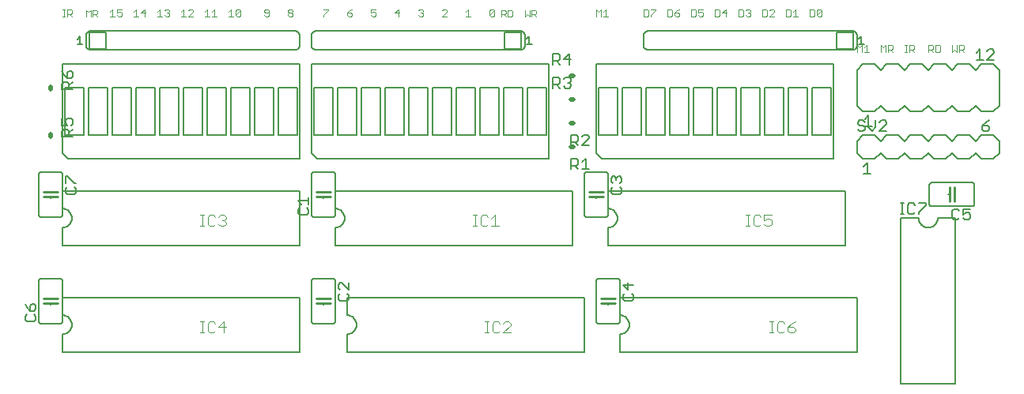
<source format=gto>
G75*
%MOIN*%
%OFA0B0*%
%FSLAX24Y24*%
%IPPOS*%
%LPD*%
%AMOC8*
5,1,8,0,0,1.08239X$1,22.5*
%
%ADD10C,0.0020*%
%ADD11C,0.0030*%
%ADD12C,0.0060*%
%ADD13C,0.0040*%
%ADD14C,0.0050*%
%ADD15C,0.0200*%
%ADD16C,0.0100*%
D10*
X002877Y018110D02*
X002877Y018390D01*
X002970Y018297D01*
X003063Y018390D01*
X003063Y018110D01*
X003153Y018110D02*
X003153Y018390D01*
X003293Y018390D01*
X003340Y018344D01*
X003340Y018250D01*
X003293Y018203D01*
X003153Y018203D01*
X003246Y018203D02*
X003340Y018110D01*
X020377Y018110D02*
X020377Y018390D01*
X020517Y018390D01*
X020563Y018344D01*
X020563Y018250D01*
X020517Y018203D01*
X020377Y018203D01*
X020470Y018203D02*
X020563Y018110D01*
X020653Y018110D02*
X020793Y018110D01*
X020840Y018157D01*
X020840Y018344D01*
X020793Y018390D01*
X020653Y018390D01*
X020653Y018110D01*
X021377Y018110D02*
X021377Y018390D01*
X021563Y018390D02*
X021563Y018110D01*
X021470Y018203D01*
X021377Y018110D01*
X021653Y018110D02*
X021653Y018390D01*
X021793Y018390D01*
X021840Y018344D01*
X021840Y018250D01*
X021793Y018203D01*
X021653Y018203D01*
X021746Y018203D02*
X021840Y018110D01*
D11*
X020075Y018163D02*
X020027Y018115D01*
X019930Y018115D01*
X019882Y018163D01*
X020075Y018357D01*
X020075Y018163D01*
X019882Y018163D02*
X019882Y018357D01*
X019930Y018405D01*
X020027Y018405D01*
X020075Y018357D01*
X019075Y018115D02*
X018882Y018115D01*
X018978Y018115D02*
X018978Y018405D01*
X018882Y018308D01*
X018075Y018308D02*
X017882Y018115D01*
X018075Y018115D01*
X018075Y018308D02*
X018075Y018357D01*
X018027Y018405D01*
X017930Y018405D01*
X017882Y018357D01*
X017075Y018357D02*
X017075Y018308D01*
X017027Y018260D01*
X017075Y018212D01*
X017075Y018163D01*
X017027Y018115D01*
X016930Y018115D01*
X016882Y018163D01*
X016978Y018260D02*
X017027Y018260D01*
X017075Y018357D02*
X017027Y018405D01*
X016930Y018405D01*
X016882Y018357D01*
X016075Y018260D02*
X015882Y018260D01*
X016027Y018405D01*
X016027Y018115D01*
X015075Y018163D02*
X015027Y018115D01*
X014930Y018115D01*
X014882Y018163D01*
X014882Y018260D02*
X014978Y018308D01*
X015027Y018308D01*
X015075Y018260D01*
X015075Y018163D01*
X014882Y018260D02*
X014882Y018405D01*
X015075Y018405D01*
X014075Y018405D02*
X013978Y018357D01*
X013882Y018260D01*
X014027Y018260D01*
X014075Y018212D01*
X014075Y018163D01*
X014027Y018115D01*
X013930Y018115D01*
X013882Y018163D01*
X013882Y018260D01*
X013075Y018357D02*
X012882Y018163D01*
X012882Y018115D01*
X012882Y018405D02*
X013075Y018405D01*
X013075Y018357D01*
X011575Y018357D02*
X011575Y018308D01*
X011527Y018260D01*
X011430Y018260D01*
X011382Y018308D01*
X011382Y018357D01*
X011430Y018405D01*
X011527Y018405D01*
X011575Y018357D01*
X011527Y018260D02*
X011575Y018212D01*
X011575Y018163D01*
X011527Y018115D01*
X011430Y018115D01*
X011382Y018163D01*
X011382Y018212D01*
X011430Y018260D01*
X010575Y018260D02*
X010430Y018260D01*
X010382Y018308D01*
X010382Y018357D01*
X010430Y018405D01*
X010527Y018405D01*
X010575Y018357D01*
X010575Y018163D01*
X010527Y018115D01*
X010430Y018115D01*
X010382Y018163D01*
X009370Y018163D02*
X009321Y018115D01*
X009225Y018115D01*
X009176Y018163D01*
X009370Y018357D01*
X009370Y018163D01*
X009176Y018163D02*
X009176Y018357D01*
X009225Y018405D01*
X009321Y018405D01*
X009370Y018357D01*
X008978Y018405D02*
X008882Y018308D01*
X008978Y018405D02*
X008978Y018115D01*
X008882Y018115D02*
X009075Y018115D01*
X008370Y018115D02*
X008176Y018115D01*
X008273Y018115D02*
X008273Y018405D01*
X008176Y018308D01*
X008075Y018115D02*
X007882Y018115D01*
X007978Y018115D02*
X007978Y018405D01*
X007882Y018308D01*
X007370Y018308D02*
X007176Y018115D01*
X007370Y018115D01*
X007370Y018308D02*
X007370Y018357D01*
X007321Y018405D01*
X007225Y018405D01*
X007176Y018357D01*
X006978Y018405D02*
X006882Y018308D01*
X006978Y018405D02*
X006978Y018115D01*
X006882Y018115D02*
X007075Y018115D01*
X006370Y018163D02*
X006321Y018115D01*
X006225Y018115D01*
X006176Y018163D01*
X006075Y018115D02*
X005882Y018115D01*
X005978Y018115D02*
X005978Y018405D01*
X005882Y018308D01*
X006176Y018357D02*
X006225Y018405D01*
X006321Y018405D01*
X006370Y018357D01*
X006370Y018308D01*
X006321Y018260D01*
X006370Y018212D01*
X006370Y018163D01*
X006321Y018260D02*
X006273Y018260D01*
X005370Y018260D02*
X005176Y018260D01*
X005321Y018405D01*
X005321Y018115D01*
X005075Y018115D02*
X004882Y018115D01*
X004978Y018115D02*
X004978Y018405D01*
X004882Y018308D01*
X004370Y018260D02*
X004370Y018163D01*
X004321Y018115D01*
X004225Y018115D01*
X004176Y018163D01*
X004176Y018260D02*
X004273Y018308D01*
X004321Y018308D01*
X004370Y018260D01*
X004370Y018405D02*
X004176Y018405D01*
X004176Y018260D01*
X004075Y018115D02*
X003882Y018115D01*
X003978Y018115D02*
X003978Y018405D01*
X003882Y018308D01*
X002272Y018260D02*
X002223Y018212D01*
X002078Y018212D01*
X002175Y018212D02*
X002272Y018115D01*
X002272Y018260D02*
X002272Y018357D01*
X002223Y018405D01*
X002078Y018405D01*
X002078Y018115D01*
X001978Y018115D02*
X001882Y018115D01*
X001930Y018115D02*
X001930Y018405D01*
X001882Y018405D02*
X001978Y018405D01*
X024382Y018405D02*
X024382Y018115D01*
X024575Y018115D02*
X024575Y018405D01*
X024478Y018308D01*
X024382Y018405D01*
X024676Y018308D02*
X024773Y018405D01*
X024773Y018115D01*
X024676Y018115D02*
X024870Y018115D01*
X026382Y018115D02*
X026527Y018115D01*
X026575Y018163D01*
X026575Y018357D01*
X026527Y018405D01*
X026382Y018405D01*
X026382Y018115D01*
X026676Y018115D02*
X026676Y018163D01*
X026870Y018357D01*
X026870Y018405D01*
X026676Y018405D01*
X027382Y018405D02*
X027527Y018405D01*
X027575Y018357D01*
X027575Y018163D01*
X027527Y018115D01*
X027382Y018115D01*
X027382Y018405D01*
X027676Y018260D02*
X027821Y018260D01*
X027870Y018212D01*
X027870Y018163D01*
X027821Y018115D01*
X027725Y018115D01*
X027676Y018163D01*
X027676Y018260D01*
X027773Y018357D01*
X027870Y018405D01*
X028382Y018405D02*
X028527Y018405D01*
X028575Y018357D01*
X028575Y018163D01*
X028527Y018115D01*
X028382Y018115D01*
X028382Y018405D01*
X028676Y018405D02*
X028676Y018260D01*
X028773Y018308D01*
X028821Y018308D01*
X028870Y018260D01*
X028870Y018163D01*
X028821Y018115D01*
X028725Y018115D01*
X028676Y018163D01*
X028676Y018405D02*
X028870Y018405D01*
X029382Y018405D02*
X029527Y018405D01*
X029575Y018357D01*
X029575Y018163D01*
X029527Y018115D01*
X029382Y018115D01*
X029382Y018405D01*
X029676Y018260D02*
X029870Y018260D01*
X029821Y018115D02*
X029821Y018405D01*
X029676Y018260D01*
X030382Y018115D02*
X030527Y018115D01*
X030575Y018163D01*
X030575Y018357D01*
X030527Y018405D01*
X030382Y018405D01*
X030382Y018115D01*
X030676Y018163D02*
X030725Y018115D01*
X030821Y018115D01*
X030870Y018163D01*
X030870Y018212D01*
X030821Y018260D01*
X030773Y018260D01*
X030821Y018260D02*
X030870Y018308D01*
X030870Y018357D01*
X030821Y018405D01*
X030725Y018405D01*
X030676Y018357D01*
X031382Y018405D02*
X031382Y018115D01*
X031527Y018115D01*
X031575Y018163D01*
X031575Y018357D01*
X031527Y018405D01*
X031382Y018405D01*
X031676Y018357D02*
X031725Y018405D01*
X031821Y018405D01*
X031870Y018357D01*
X031870Y018308D01*
X031676Y018115D01*
X031870Y018115D01*
X032382Y018115D02*
X032382Y018405D01*
X032527Y018405D01*
X032575Y018357D01*
X032575Y018163D01*
X032527Y018115D01*
X032382Y018115D01*
X032676Y018115D02*
X032870Y018115D01*
X032773Y018115D02*
X032773Y018405D01*
X032676Y018308D01*
X033382Y018405D02*
X033382Y018115D01*
X033527Y018115D01*
X033575Y018163D01*
X033575Y018357D01*
X033527Y018405D01*
X033382Y018405D01*
X033676Y018357D02*
X033676Y018163D01*
X033870Y018357D01*
X033870Y018163D01*
X033821Y018115D01*
X033725Y018115D01*
X033676Y018163D01*
X033676Y018357D02*
X033725Y018405D01*
X033821Y018405D01*
X033870Y018357D01*
X035382Y016905D02*
X035478Y016808D01*
X035575Y016905D01*
X035575Y016615D01*
X035676Y016615D02*
X035870Y016615D01*
X035773Y016615D02*
X035773Y016905D01*
X035676Y016808D01*
X035382Y016905D02*
X035382Y016615D01*
X036382Y016615D02*
X036382Y016905D01*
X036478Y016808D01*
X036575Y016905D01*
X036575Y016615D01*
X036676Y016615D02*
X036676Y016905D01*
X036821Y016905D01*
X036870Y016857D01*
X036870Y016760D01*
X036821Y016712D01*
X036676Y016712D01*
X036773Y016712D02*
X036870Y016615D01*
X037382Y016615D02*
X037478Y016615D01*
X037430Y016615D02*
X037430Y016905D01*
X037382Y016905D02*
X037478Y016905D01*
X037578Y016905D02*
X037723Y016905D01*
X037772Y016857D01*
X037772Y016760D01*
X037723Y016712D01*
X037578Y016712D01*
X037675Y016712D02*
X037772Y016615D01*
X037578Y016615D02*
X037578Y016905D01*
X038382Y016905D02*
X038382Y016615D01*
X038382Y016712D02*
X038527Y016712D01*
X038575Y016760D01*
X038575Y016857D01*
X038527Y016905D01*
X038382Y016905D01*
X038478Y016712D02*
X038575Y016615D01*
X038676Y016615D02*
X038821Y016615D01*
X038870Y016663D01*
X038870Y016857D01*
X038821Y016905D01*
X038676Y016905D01*
X038676Y016615D01*
X039382Y016615D02*
X039478Y016712D01*
X039575Y016615D01*
X039575Y016905D01*
X039676Y016905D02*
X039821Y016905D01*
X039870Y016857D01*
X039870Y016760D01*
X039821Y016712D01*
X039676Y016712D01*
X039676Y016615D02*
X039676Y016905D01*
X039773Y016712D02*
X039870Y016615D01*
X039382Y016615D02*
X039382Y016905D01*
D12*
X001867Y004700D02*
X001867Y003950D01*
X011867Y003950D01*
X011867Y006250D01*
X001867Y006250D01*
X001867Y005500D01*
X001867Y005250D02*
X001867Y006950D01*
X001865Y006967D01*
X001861Y006984D01*
X001854Y007000D01*
X001844Y007014D01*
X001831Y007027D01*
X001817Y007037D01*
X001801Y007044D01*
X001784Y007048D01*
X001767Y007050D01*
X000967Y007050D01*
X000950Y007048D01*
X000933Y007044D01*
X000917Y007037D01*
X000903Y007027D01*
X000890Y007014D01*
X000880Y007000D01*
X000873Y006984D01*
X000869Y006967D01*
X000867Y006950D01*
X000867Y005250D01*
X000869Y005233D01*
X000873Y005216D01*
X000880Y005200D01*
X000890Y005186D01*
X000903Y005173D01*
X000917Y005163D01*
X000933Y005156D01*
X000950Y005152D01*
X000967Y005150D01*
X001767Y005150D01*
X001784Y005152D01*
X001801Y005156D01*
X001817Y005163D01*
X001831Y005173D01*
X001844Y005186D01*
X001854Y005200D01*
X001861Y005216D01*
X001865Y005233D01*
X001867Y005250D01*
X001867Y005500D02*
X001906Y005498D01*
X001945Y005492D01*
X001983Y005483D01*
X002020Y005470D01*
X002056Y005453D01*
X002089Y005433D01*
X002121Y005409D01*
X002150Y005383D01*
X002176Y005354D01*
X002200Y005322D01*
X002220Y005289D01*
X002237Y005253D01*
X002250Y005216D01*
X002259Y005178D01*
X002265Y005139D01*
X002267Y005100D01*
X002265Y005061D01*
X002259Y005022D01*
X002250Y004984D01*
X002237Y004947D01*
X002220Y004911D01*
X002200Y004878D01*
X002176Y004846D01*
X002150Y004817D01*
X002121Y004791D01*
X002089Y004767D01*
X002056Y004747D01*
X002020Y004730D01*
X001983Y004717D01*
X001945Y004708D01*
X001906Y004702D01*
X001867Y004700D01*
X001367Y005950D02*
X001367Y006000D01*
X001367Y006200D02*
X001367Y006250D01*
X001867Y008450D02*
X001867Y009200D01*
X001906Y009202D01*
X001945Y009208D01*
X001983Y009217D01*
X002020Y009230D01*
X002056Y009247D01*
X002089Y009267D01*
X002121Y009291D01*
X002150Y009317D01*
X002176Y009346D01*
X002200Y009378D01*
X002220Y009411D01*
X002237Y009447D01*
X002250Y009484D01*
X002259Y009522D01*
X002265Y009561D01*
X002267Y009600D01*
X002265Y009639D01*
X002259Y009678D01*
X002250Y009716D01*
X002237Y009753D01*
X002220Y009789D01*
X002200Y009822D01*
X002176Y009854D01*
X002150Y009883D01*
X002121Y009909D01*
X002089Y009933D01*
X002056Y009953D01*
X002020Y009970D01*
X001983Y009983D01*
X001945Y009992D01*
X001906Y009998D01*
X001867Y010000D01*
X001867Y010750D01*
X011867Y010750D01*
X011867Y008450D01*
X001867Y008450D01*
X001767Y009650D02*
X000967Y009650D01*
X000950Y009652D01*
X000933Y009656D01*
X000917Y009663D01*
X000903Y009673D01*
X000890Y009686D01*
X000880Y009700D01*
X000873Y009716D01*
X000869Y009733D01*
X000867Y009750D01*
X000867Y011450D01*
X000869Y011467D01*
X000873Y011484D01*
X000880Y011500D01*
X000890Y011514D01*
X000903Y011527D01*
X000917Y011537D01*
X000933Y011544D01*
X000950Y011548D01*
X000967Y011550D01*
X001767Y011550D01*
X001784Y011548D01*
X001801Y011544D01*
X001817Y011537D01*
X001831Y011527D01*
X001844Y011514D01*
X001854Y011500D01*
X001861Y011484D01*
X001865Y011467D01*
X001867Y011450D01*
X001867Y009750D01*
X001865Y009733D01*
X001861Y009716D01*
X001854Y009700D01*
X001844Y009686D01*
X001831Y009673D01*
X001817Y009663D01*
X001801Y009656D01*
X001784Y009652D01*
X001767Y009650D01*
X001367Y010450D02*
X001367Y010500D01*
X001367Y010700D02*
X001367Y010750D01*
X002117Y012100D02*
X011867Y012100D01*
X011867Y016100D01*
X001867Y016100D01*
X001867Y012350D01*
X002117Y012100D01*
X001967Y013100D02*
X001967Y015100D01*
X002767Y015100D01*
X002767Y013100D01*
X001967Y013100D01*
X002967Y013100D02*
X002967Y015100D01*
X003767Y015100D01*
X003767Y013100D01*
X002967Y013100D01*
X003967Y013100D02*
X003967Y015100D01*
X004767Y015100D01*
X004767Y013100D01*
X003967Y013100D01*
X004967Y013100D02*
X005767Y013100D01*
X005767Y015100D01*
X004967Y015100D01*
X004967Y013100D01*
X005967Y013100D02*
X006767Y013100D01*
X006767Y015100D01*
X005967Y015100D01*
X005967Y013100D01*
X006967Y013100D02*
X007767Y013100D01*
X007767Y015100D01*
X006967Y015100D01*
X006967Y013100D01*
X007967Y013100D02*
X008767Y013100D01*
X008767Y015100D01*
X007967Y015100D01*
X007967Y013100D01*
X008967Y013100D02*
X009767Y013100D01*
X009767Y015100D01*
X008967Y015100D01*
X008967Y013100D01*
X009967Y013100D02*
X010767Y013100D01*
X010767Y015100D01*
X009967Y015100D01*
X009967Y013100D01*
X010967Y013100D02*
X011767Y013100D01*
X011767Y015100D01*
X010967Y015100D01*
X010967Y013100D01*
X012467Y013100D02*
X012467Y015100D01*
X013267Y015100D01*
X013267Y013100D01*
X012467Y013100D01*
X013467Y013100D02*
X013467Y015100D01*
X014267Y015100D01*
X014267Y013100D01*
X013467Y013100D01*
X014467Y013100D02*
X014467Y015100D01*
X015267Y015100D01*
X015267Y013100D01*
X014467Y013100D01*
X015467Y013100D02*
X016267Y013100D01*
X016267Y015100D01*
X015467Y015100D01*
X015467Y013100D01*
X016467Y013100D02*
X017267Y013100D01*
X017267Y015100D01*
X016467Y015100D01*
X016467Y013100D01*
X017467Y013100D02*
X018267Y013100D01*
X018267Y015100D01*
X017467Y015100D01*
X017467Y013100D01*
X018467Y013100D02*
X019267Y013100D01*
X019267Y015100D01*
X018467Y015100D01*
X018467Y013100D01*
X019467Y013100D02*
X020267Y013100D01*
X020267Y015100D01*
X019467Y015100D01*
X019467Y013100D01*
X020467Y013100D02*
X021267Y013100D01*
X021267Y015100D01*
X020467Y015100D01*
X020467Y013100D01*
X021467Y013100D02*
X022267Y013100D01*
X022267Y015100D01*
X021467Y015100D01*
X021467Y013100D01*
X022367Y012100D02*
X012617Y012100D01*
X012367Y012350D01*
X012367Y016100D01*
X022367Y016100D01*
X022367Y012100D01*
X023867Y011450D02*
X023867Y009750D01*
X023869Y009733D01*
X023873Y009716D01*
X023880Y009700D01*
X023890Y009686D01*
X023903Y009673D01*
X023917Y009663D01*
X023933Y009656D01*
X023950Y009652D01*
X023967Y009650D01*
X024767Y009650D01*
X024784Y009652D01*
X024801Y009656D01*
X024817Y009663D01*
X024831Y009673D01*
X024844Y009686D01*
X024854Y009700D01*
X024861Y009716D01*
X024865Y009733D01*
X024867Y009750D01*
X024867Y011450D01*
X024865Y011467D01*
X024861Y011484D01*
X024854Y011500D01*
X024844Y011514D01*
X024831Y011527D01*
X024817Y011537D01*
X024801Y011544D01*
X024784Y011548D01*
X024767Y011550D01*
X023967Y011550D01*
X023950Y011548D01*
X023933Y011544D01*
X023917Y011537D01*
X023903Y011527D01*
X023890Y011514D01*
X023880Y011500D01*
X023873Y011484D01*
X023869Y011467D01*
X023867Y011450D01*
X024617Y012100D02*
X034367Y012100D01*
X034367Y016100D01*
X024367Y016100D01*
X024367Y012350D01*
X024617Y012100D01*
X024467Y013100D02*
X024467Y015100D01*
X025267Y015100D01*
X025267Y013100D01*
X024467Y013100D01*
X025467Y013100D02*
X025467Y015100D01*
X026267Y015100D01*
X026267Y013100D01*
X025467Y013100D01*
X026467Y013100D02*
X026467Y015100D01*
X027267Y015100D01*
X027267Y013100D01*
X026467Y013100D01*
X027467Y013100D02*
X028267Y013100D01*
X028267Y015100D01*
X027467Y015100D01*
X027467Y013100D01*
X028467Y013100D02*
X029267Y013100D01*
X029267Y015100D01*
X028467Y015100D01*
X028467Y013100D01*
X029467Y013100D02*
X030267Y013100D01*
X030267Y015100D01*
X029467Y015100D01*
X029467Y013100D01*
X030467Y013100D02*
X031267Y013100D01*
X031267Y015100D01*
X030467Y015100D01*
X030467Y013100D01*
X031467Y013100D02*
X032267Y013100D01*
X032267Y015100D01*
X031467Y015100D01*
X031467Y013100D01*
X032467Y013100D02*
X033267Y013100D01*
X033267Y015100D01*
X032467Y015100D01*
X032467Y013100D01*
X033467Y013100D02*
X034267Y013100D01*
X034267Y015100D01*
X033467Y015100D01*
X033467Y013100D01*
X035367Y012850D02*
X035367Y012350D01*
X035617Y012100D01*
X036117Y012100D01*
X036367Y012350D01*
X036617Y012100D01*
X037117Y012100D01*
X037367Y012350D01*
X037617Y012100D01*
X038117Y012100D01*
X038367Y012350D01*
X038617Y012100D01*
X039117Y012100D01*
X039367Y012350D01*
X039617Y012100D01*
X040117Y012100D01*
X040367Y012350D01*
X040617Y012100D01*
X041117Y012100D01*
X041367Y012350D01*
X041367Y012850D01*
X041117Y013100D01*
X040617Y013100D01*
X040367Y012850D01*
X040117Y013100D01*
X039617Y013100D01*
X039367Y012850D01*
X039117Y013100D01*
X038617Y013100D01*
X038367Y012850D01*
X038117Y013100D01*
X037617Y013100D01*
X037367Y012850D01*
X037117Y013100D01*
X036617Y013100D01*
X036367Y012850D01*
X036117Y013100D01*
X035617Y013100D01*
X035367Y012850D01*
X035617Y014100D02*
X036117Y014100D01*
X036367Y014350D01*
X036617Y014100D01*
X037117Y014100D01*
X037367Y014350D01*
X037617Y014100D01*
X038117Y014100D01*
X038367Y014350D01*
X038617Y014100D01*
X039117Y014100D01*
X039367Y014350D01*
X039617Y014100D01*
X040117Y014100D01*
X040367Y014350D01*
X040617Y014100D01*
X041117Y014100D01*
X041367Y014350D01*
X041367Y015850D01*
X041117Y016100D01*
X040617Y016100D01*
X040367Y015850D01*
X040117Y016100D01*
X039617Y016100D01*
X039367Y015850D01*
X039117Y016100D01*
X038617Y016100D01*
X038367Y015850D01*
X038117Y016100D01*
X037617Y016100D01*
X037367Y015850D01*
X037117Y016100D01*
X036617Y016100D01*
X036367Y015850D01*
X036117Y016100D01*
X035617Y016100D01*
X035367Y015850D01*
X035367Y014350D01*
X035617Y014100D01*
X035167Y016700D02*
X026567Y016700D01*
X026541Y016702D01*
X026515Y016707D01*
X026490Y016715D01*
X026467Y016727D01*
X026445Y016741D01*
X026426Y016759D01*
X026408Y016778D01*
X026394Y016800D01*
X026382Y016823D01*
X026374Y016848D01*
X026369Y016874D01*
X026367Y016900D01*
X026367Y017300D01*
X026369Y017326D01*
X026374Y017352D01*
X026382Y017377D01*
X026394Y017400D01*
X026408Y017422D01*
X026426Y017441D01*
X026445Y017459D01*
X026467Y017473D01*
X026490Y017485D01*
X026515Y017493D01*
X026541Y017498D01*
X026567Y017500D01*
X035167Y017500D01*
X035217Y017450D02*
X035217Y016750D01*
X034517Y016750D01*
X034517Y017450D01*
X035217Y017450D01*
X035167Y017500D02*
X035193Y017498D01*
X035219Y017493D01*
X035244Y017485D01*
X035267Y017473D01*
X035289Y017459D01*
X035308Y017441D01*
X035326Y017422D01*
X035340Y017400D01*
X035352Y017377D01*
X035360Y017352D01*
X035365Y017326D01*
X035367Y017300D01*
X035367Y016900D01*
X035365Y016874D01*
X035360Y016848D01*
X035352Y016823D01*
X035340Y016800D01*
X035326Y016778D01*
X035308Y016759D01*
X035289Y016741D01*
X035267Y016727D01*
X035244Y016715D01*
X035219Y016707D01*
X035193Y016702D01*
X035167Y016700D01*
X038517Y011100D02*
X040217Y011100D01*
X040234Y011098D01*
X040251Y011094D01*
X040267Y011087D01*
X040281Y011077D01*
X040294Y011064D01*
X040304Y011050D01*
X040311Y011034D01*
X040315Y011017D01*
X040317Y011000D01*
X040317Y010200D01*
X040315Y010183D01*
X040311Y010166D01*
X040304Y010150D01*
X040294Y010136D01*
X040281Y010123D01*
X040267Y010113D01*
X040251Y010106D01*
X040234Y010102D01*
X040217Y010100D01*
X038517Y010100D01*
X038500Y010102D01*
X038483Y010106D01*
X038467Y010113D01*
X038453Y010123D01*
X038440Y010136D01*
X038430Y010150D01*
X038423Y010166D01*
X038419Y010183D01*
X038417Y010200D01*
X038417Y011000D01*
X038419Y011017D01*
X038423Y011034D01*
X038430Y011050D01*
X038440Y011064D01*
X038453Y011077D01*
X038467Y011087D01*
X038483Y011094D01*
X038500Y011098D01*
X038517Y011100D01*
X039217Y010600D02*
X039267Y010600D01*
X039467Y010600D02*
X039517Y010600D01*
X039517Y009600D02*
X038767Y009600D01*
X038765Y009561D01*
X038759Y009522D01*
X038750Y009484D01*
X038737Y009447D01*
X038720Y009411D01*
X038700Y009378D01*
X038676Y009346D01*
X038650Y009317D01*
X038621Y009291D01*
X038589Y009267D01*
X038556Y009247D01*
X038520Y009230D01*
X038483Y009217D01*
X038445Y009208D01*
X038406Y009202D01*
X038367Y009200D01*
X038328Y009202D01*
X038289Y009208D01*
X038251Y009217D01*
X038214Y009230D01*
X038178Y009247D01*
X038145Y009267D01*
X038113Y009291D01*
X038084Y009317D01*
X038058Y009346D01*
X038034Y009378D01*
X038014Y009411D01*
X037997Y009447D01*
X037984Y009484D01*
X037975Y009522D01*
X037969Y009561D01*
X037967Y009600D01*
X037217Y009600D01*
X037217Y002600D01*
X039517Y002600D01*
X039517Y009600D01*
X034867Y010750D02*
X034867Y008450D01*
X024867Y008450D01*
X024867Y009200D01*
X024906Y009202D01*
X024945Y009208D01*
X024983Y009217D01*
X025020Y009230D01*
X025056Y009247D01*
X025089Y009267D01*
X025121Y009291D01*
X025150Y009317D01*
X025176Y009346D01*
X025200Y009378D01*
X025220Y009411D01*
X025237Y009447D01*
X025250Y009484D01*
X025259Y009522D01*
X025265Y009561D01*
X025267Y009600D01*
X025265Y009639D01*
X025259Y009678D01*
X025250Y009716D01*
X025237Y009753D01*
X025220Y009789D01*
X025200Y009822D01*
X025176Y009854D01*
X025150Y009883D01*
X025121Y009909D01*
X025089Y009933D01*
X025056Y009953D01*
X025020Y009970D01*
X024983Y009983D01*
X024945Y009992D01*
X024906Y009998D01*
X024867Y010000D01*
X024867Y010750D01*
X034867Y010750D01*
X025367Y006950D02*
X025367Y005250D01*
X025365Y005233D01*
X025361Y005216D01*
X025354Y005200D01*
X025344Y005186D01*
X025331Y005173D01*
X025317Y005163D01*
X025301Y005156D01*
X025284Y005152D01*
X025267Y005150D01*
X024467Y005150D01*
X024450Y005152D01*
X024433Y005156D01*
X024417Y005163D01*
X024403Y005173D01*
X024390Y005186D01*
X024380Y005200D01*
X024373Y005216D01*
X024369Y005233D01*
X024367Y005250D01*
X024367Y006950D01*
X024369Y006967D01*
X024373Y006984D01*
X024380Y007000D01*
X024390Y007014D01*
X024403Y007027D01*
X024417Y007037D01*
X024433Y007044D01*
X024450Y007048D01*
X024467Y007050D01*
X025267Y007050D01*
X025284Y007048D01*
X025301Y007044D01*
X025317Y007037D01*
X025331Y007027D01*
X025344Y007014D01*
X025354Y007000D01*
X025361Y006984D01*
X025365Y006967D01*
X025367Y006950D01*
X025367Y006250D02*
X025367Y005500D01*
X025406Y005498D01*
X025445Y005492D01*
X025483Y005483D01*
X025520Y005470D01*
X025556Y005453D01*
X025589Y005433D01*
X025621Y005409D01*
X025650Y005383D01*
X025676Y005354D01*
X025700Y005322D01*
X025720Y005289D01*
X025737Y005253D01*
X025750Y005216D01*
X025759Y005178D01*
X025765Y005139D01*
X025767Y005100D01*
X025765Y005061D01*
X025759Y005022D01*
X025750Y004984D01*
X025737Y004947D01*
X025720Y004911D01*
X025700Y004878D01*
X025676Y004846D01*
X025650Y004817D01*
X025621Y004791D01*
X025589Y004767D01*
X025556Y004747D01*
X025520Y004730D01*
X025483Y004717D01*
X025445Y004708D01*
X025406Y004702D01*
X025367Y004700D01*
X025367Y003950D01*
X035367Y003950D01*
X035367Y006250D01*
X025367Y006250D01*
X024867Y006250D02*
X024867Y006200D01*
X024867Y006000D02*
X024867Y005950D01*
X023867Y006250D02*
X023867Y003950D01*
X013867Y003950D01*
X013867Y004700D01*
X013906Y004702D01*
X013945Y004708D01*
X013983Y004717D01*
X014020Y004730D01*
X014056Y004747D01*
X014089Y004767D01*
X014121Y004791D01*
X014150Y004817D01*
X014176Y004846D01*
X014200Y004878D01*
X014220Y004911D01*
X014237Y004947D01*
X014250Y004984D01*
X014259Y005022D01*
X014265Y005061D01*
X014267Y005100D01*
X014265Y005139D01*
X014259Y005178D01*
X014250Y005216D01*
X014237Y005253D01*
X014220Y005289D01*
X014200Y005322D01*
X014176Y005354D01*
X014150Y005383D01*
X014121Y005409D01*
X014089Y005433D01*
X014056Y005453D01*
X014020Y005470D01*
X013983Y005483D01*
X013945Y005492D01*
X013906Y005498D01*
X013867Y005500D01*
X013867Y006250D01*
X023867Y006250D01*
X023367Y008450D02*
X023367Y010750D01*
X013367Y010750D01*
X013367Y010000D01*
X013367Y009750D02*
X013367Y011450D01*
X013365Y011467D01*
X013361Y011484D01*
X013354Y011500D01*
X013344Y011514D01*
X013331Y011527D01*
X013317Y011537D01*
X013301Y011544D01*
X013284Y011548D01*
X013267Y011550D01*
X012467Y011550D01*
X012450Y011548D01*
X012433Y011544D01*
X012417Y011537D01*
X012403Y011527D01*
X012390Y011514D01*
X012380Y011500D01*
X012373Y011484D01*
X012369Y011467D01*
X012367Y011450D01*
X012367Y009750D01*
X012369Y009733D01*
X012373Y009716D01*
X012380Y009700D01*
X012390Y009686D01*
X012403Y009673D01*
X012417Y009663D01*
X012433Y009656D01*
X012450Y009652D01*
X012467Y009650D01*
X013267Y009650D01*
X013284Y009652D01*
X013301Y009656D01*
X013317Y009663D01*
X013331Y009673D01*
X013344Y009686D01*
X013354Y009700D01*
X013361Y009716D01*
X013365Y009733D01*
X013367Y009750D01*
X013367Y010000D02*
X013406Y009998D01*
X013445Y009992D01*
X013483Y009983D01*
X013520Y009970D01*
X013556Y009953D01*
X013589Y009933D01*
X013621Y009909D01*
X013650Y009883D01*
X013676Y009854D01*
X013700Y009822D01*
X013720Y009789D01*
X013737Y009753D01*
X013750Y009716D01*
X013759Y009678D01*
X013765Y009639D01*
X013767Y009600D01*
X013765Y009561D01*
X013759Y009522D01*
X013750Y009484D01*
X013737Y009447D01*
X013720Y009411D01*
X013700Y009378D01*
X013676Y009346D01*
X013650Y009317D01*
X013621Y009291D01*
X013589Y009267D01*
X013556Y009247D01*
X013520Y009230D01*
X013483Y009217D01*
X013445Y009208D01*
X013406Y009202D01*
X013367Y009200D01*
X013367Y008450D01*
X023367Y008450D01*
X024367Y010450D02*
X024367Y010500D01*
X024367Y010700D02*
X024367Y010750D01*
X013367Y006950D02*
X013367Y005250D01*
X013365Y005233D01*
X013361Y005216D01*
X013354Y005200D01*
X013344Y005186D01*
X013331Y005173D01*
X013317Y005163D01*
X013301Y005156D01*
X013284Y005152D01*
X013267Y005150D01*
X012467Y005150D01*
X012450Y005152D01*
X012433Y005156D01*
X012417Y005163D01*
X012403Y005173D01*
X012390Y005186D01*
X012380Y005200D01*
X012373Y005216D01*
X012369Y005233D01*
X012367Y005250D01*
X012367Y006950D01*
X012369Y006967D01*
X012373Y006984D01*
X012380Y007000D01*
X012390Y007014D01*
X012403Y007027D01*
X012417Y007037D01*
X012433Y007044D01*
X012450Y007048D01*
X012467Y007050D01*
X013267Y007050D01*
X013284Y007048D01*
X013301Y007044D01*
X013317Y007037D01*
X013331Y007027D01*
X013344Y007014D01*
X013354Y007000D01*
X013361Y006984D01*
X013365Y006967D01*
X013367Y006950D01*
X012867Y006250D02*
X012867Y006200D01*
X012867Y006000D02*
X012867Y005950D01*
X012867Y010450D02*
X012867Y010500D01*
X012867Y010700D02*
X012867Y010750D01*
X012567Y016700D02*
X021167Y016700D01*
X021217Y016750D02*
X020517Y016750D01*
X020517Y017450D01*
X021217Y017450D01*
X021217Y016750D01*
X021167Y016700D02*
X021193Y016702D01*
X021219Y016707D01*
X021244Y016715D01*
X021267Y016727D01*
X021289Y016741D01*
X021308Y016759D01*
X021326Y016778D01*
X021340Y016800D01*
X021352Y016823D01*
X021360Y016848D01*
X021365Y016874D01*
X021367Y016900D01*
X021367Y017300D01*
X021365Y017326D01*
X021360Y017352D01*
X021352Y017377D01*
X021340Y017400D01*
X021326Y017422D01*
X021308Y017441D01*
X021289Y017459D01*
X021267Y017473D01*
X021244Y017485D01*
X021219Y017493D01*
X021193Y017498D01*
X021167Y017500D01*
X012567Y017500D01*
X012541Y017498D01*
X012515Y017493D01*
X012490Y017485D01*
X012467Y017473D01*
X012445Y017459D01*
X012426Y017441D01*
X012408Y017422D01*
X012394Y017400D01*
X012382Y017377D01*
X012374Y017352D01*
X012369Y017326D01*
X012367Y017300D01*
X012367Y016900D01*
X012369Y016874D01*
X012374Y016848D01*
X012382Y016823D01*
X012394Y016800D01*
X012408Y016778D01*
X012426Y016759D01*
X012445Y016741D01*
X012467Y016727D01*
X012490Y016715D01*
X012515Y016707D01*
X012541Y016702D01*
X012567Y016700D01*
X011867Y016900D02*
X011867Y017300D01*
X011865Y017326D01*
X011860Y017352D01*
X011852Y017377D01*
X011840Y017400D01*
X011826Y017422D01*
X011808Y017441D01*
X011789Y017459D01*
X011767Y017473D01*
X011744Y017485D01*
X011719Y017493D01*
X011693Y017498D01*
X011667Y017500D01*
X003067Y017500D01*
X003017Y017450D02*
X003717Y017450D01*
X003717Y016750D01*
X003017Y016750D01*
X003017Y017450D01*
X003067Y017500D02*
X003041Y017498D01*
X003015Y017493D01*
X002990Y017485D01*
X002967Y017473D01*
X002945Y017459D01*
X002926Y017441D01*
X002908Y017422D01*
X002894Y017400D01*
X002882Y017377D01*
X002874Y017352D01*
X002869Y017326D01*
X002867Y017300D01*
X002867Y016900D01*
X002869Y016874D01*
X002874Y016848D01*
X002882Y016823D01*
X002894Y016800D01*
X002908Y016778D01*
X002926Y016759D01*
X002945Y016741D01*
X002967Y016727D01*
X002990Y016715D01*
X003015Y016707D01*
X003041Y016702D01*
X003067Y016700D01*
X011667Y016700D01*
X011693Y016702D01*
X011719Y016707D01*
X011744Y016715D01*
X011767Y016727D01*
X011789Y016741D01*
X011808Y016759D01*
X011826Y016778D01*
X011840Y016800D01*
X011852Y016823D01*
X011860Y016848D01*
X011865Y016874D01*
X011867Y016900D01*
D13*
X008684Y009730D02*
X008761Y009654D01*
X008761Y009577D01*
X008684Y009500D01*
X008761Y009423D01*
X008761Y009347D01*
X008684Y009270D01*
X008531Y009270D01*
X008454Y009347D01*
X008301Y009347D02*
X008224Y009270D01*
X008070Y009270D01*
X007994Y009347D01*
X007994Y009654D01*
X008070Y009730D01*
X008224Y009730D01*
X008301Y009654D01*
X008454Y009654D02*
X008531Y009730D01*
X008684Y009730D01*
X008684Y009500D02*
X008607Y009500D01*
X007840Y009270D02*
X007687Y009270D01*
X007763Y009270D02*
X007763Y009730D01*
X007687Y009730D02*
X007840Y009730D01*
X007840Y005230D02*
X007687Y005230D01*
X007763Y005230D02*
X007763Y004770D01*
X007687Y004770D02*
X007840Y004770D01*
X007994Y004847D02*
X008070Y004770D01*
X008224Y004770D01*
X008301Y004847D01*
X008454Y005000D02*
X008761Y005000D01*
X008684Y004770D02*
X008684Y005230D01*
X008454Y005000D01*
X008301Y005154D02*
X008224Y005230D01*
X008070Y005230D01*
X007994Y005154D01*
X007994Y004847D01*
X019187Y009270D02*
X019340Y009270D01*
X019263Y009270D02*
X019263Y009730D01*
X019187Y009730D02*
X019340Y009730D01*
X019494Y009654D02*
X019494Y009347D01*
X019570Y009270D01*
X019724Y009270D01*
X019801Y009347D01*
X019954Y009270D02*
X020261Y009270D01*
X020107Y009270D02*
X020107Y009730D01*
X019954Y009577D01*
X019801Y009654D02*
X019724Y009730D01*
X019570Y009730D01*
X019494Y009654D01*
X019687Y005230D02*
X019840Y005230D01*
X019763Y005230D02*
X019763Y004770D01*
X019687Y004770D02*
X019840Y004770D01*
X019994Y004847D02*
X020070Y004770D01*
X020224Y004770D01*
X020301Y004847D01*
X020454Y004770D02*
X020761Y005077D01*
X020761Y005154D01*
X020684Y005230D01*
X020531Y005230D01*
X020454Y005154D01*
X020301Y005154D02*
X020224Y005230D01*
X020070Y005230D01*
X019994Y005154D01*
X019994Y004847D01*
X020454Y004770D02*
X020761Y004770D01*
X030687Y009270D02*
X030840Y009270D01*
X030763Y009270D02*
X030763Y009730D01*
X030687Y009730D02*
X030840Y009730D01*
X030994Y009654D02*
X031070Y009730D01*
X031224Y009730D01*
X031301Y009654D01*
X031454Y009730D02*
X031454Y009500D01*
X031607Y009577D01*
X031684Y009577D01*
X031761Y009500D01*
X031761Y009347D01*
X031684Y009270D01*
X031531Y009270D01*
X031454Y009347D01*
X031301Y009347D02*
X031224Y009270D01*
X031070Y009270D01*
X030994Y009347D01*
X030994Y009654D01*
X031454Y009730D02*
X031761Y009730D01*
X031763Y005230D02*
X031763Y004770D01*
X031687Y004770D02*
X031840Y004770D01*
X031994Y004847D02*
X032070Y004770D01*
X032224Y004770D01*
X032301Y004847D01*
X032454Y004847D02*
X032454Y005000D01*
X032684Y005000D01*
X032761Y004923D01*
X032761Y004847D01*
X032684Y004770D01*
X032531Y004770D01*
X032454Y004847D01*
X032454Y005000D02*
X032607Y005154D01*
X032761Y005230D01*
X032301Y005154D02*
X032224Y005230D01*
X032070Y005230D01*
X031994Y005154D01*
X031994Y004847D01*
X031840Y005230D02*
X031687Y005230D01*
D14*
X025942Y006179D02*
X025867Y006104D01*
X025566Y006104D01*
X025491Y006179D01*
X025491Y006329D01*
X025566Y006404D01*
X025716Y006565D02*
X025716Y006865D01*
X025491Y006790D02*
X025716Y006565D01*
X025867Y006404D02*
X025942Y006329D01*
X025942Y006179D01*
X025942Y006790D02*
X025491Y006790D01*
X025367Y010604D02*
X025066Y010604D01*
X024991Y010679D01*
X024991Y010829D01*
X025066Y010904D01*
X025066Y011065D02*
X024991Y011140D01*
X024991Y011290D01*
X025066Y011365D01*
X025141Y011365D01*
X025216Y011290D01*
X025292Y011365D01*
X025367Y011365D01*
X025442Y011290D01*
X025442Y011140D01*
X025367Y011065D01*
X025367Y010904D02*
X025442Y010829D01*
X025442Y010679D01*
X025367Y010604D01*
X025216Y011215D02*
X025216Y011290D01*
X024072Y011665D02*
X023771Y011665D01*
X023921Y011665D02*
X023921Y012115D01*
X023771Y011965D01*
X023611Y012040D02*
X023611Y011890D01*
X023536Y011815D01*
X023311Y011815D01*
X023311Y011665D02*
X023311Y012115D01*
X023536Y012115D01*
X023611Y012040D01*
X023461Y011815D02*
X023611Y011665D01*
X023611Y012665D02*
X023461Y012815D01*
X023536Y012815D02*
X023311Y012815D01*
X023311Y012665D02*
X023311Y013115D01*
X023536Y013115D01*
X023611Y013040D01*
X023611Y012890D01*
X023536Y012815D01*
X023771Y012665D02*
X024072Y012965D01*
X024072Y013040D01*
X023996Y013115D01*
X023846Y013115D01*
X023771Y013040D01*
X023771Y012665D02*
X024072Y012665D01*
X023237Y015085D02*
X023087Y015085D01*
X023012Y015160D01*
X022852Y015085D02*
X022702Y015235D01*
X022777Y015235D02*
X022552Y015235D01*
X022552Y015085D02*
X022552Y015535D01*
X022777Y015535D01*
X022852Y015460D01*
X022852Y015310D01*
X022777Y015235D01*
X023012Y015460D02*
X023087Y015535D01*
X023237Y015535D01*
X023312Y015460D01*
X023312Y015385D01*
X023237Y015310D01*
X023312Y015235D01*
X023312Y015160D01*
X023237Y015085D01*
X023237Y015310D02*
X023162Y015310D01*
X023237Y016085D02*
X023237Y016535D01*
X023012Y016310D01*
X023312Y016310D01*
X022852Y016310D02*
X022852Y016460D01*
X022777Y016535D01*
X022552Y016535D01*
X022552Y016085D01*
X022552Y016235D02*
X022777Y016235D01*
X022852Y016310D01*
X022702Y016235D02*
X022852Y016085D01*
X021659Y016935D02*
X021433Y016935D01*
X021546Y016935D02*
X021546Y017275D01*
X021433Y017162D01*
X035433Y017162D02*
X035546Y017275D01*
X035546Y016935D01*
X035433Y016935D02*
X035659Y016935D01*
X040392Y016575D02*
X040542Y016725D01*
X040542Y016275D01*
X040392Y016275D02*
X040692Y016275D01*
X040852Y016275D02*
X041152Y016575D01*
X041152Y016650D01*
X041077Y016725D01*
X040927Y016725D01*
X040852Y016650D01*
X040852Y016275D02*
X041152Y016275D01*
X035842Y013925D02*
X035842Y013475D01*
X035852Y013425D02*
X036002Y013275D01*
X036152Y013425D01*
X036152Y013725D01*
X036312Y013650D02*
X036388Y013725D01*
X036538Y013725D01*
X036613Y013650D01*
X036613Y013575D01*
X036312Y013275D01*
X036613Y013275D01*
X035992Y013475D02*
X035692Y013475D01*
X035692Y013425D02*
X035692Y013350D01*
X035617Y013275D01*
X035467Y013275D01*
X035392Y013350D01*
X035467Y013500D02*
X035617Y013500D01*
X035692Y013425D01*
X035852Y013425D02*
X035852Y013725D01*
X035692Y013775D02*
X035842Y013925D01*
X035617Y013725D02*
X035467Y013725D01*
X035392Y013650D01*
X035392Y013575D01*
X035467Y013500D01*
X035692Y013650D02*
X035617Y013725D01*
X035792Y011925D02*
X035792Y011475D01*
X035642Y011475D02*
X035942Y011475D01*
X035642Y011775D02*
X035792Y011925D01*
X037192Y010225D02*
X037342Y010225D01*
X037267Y010225D02*
X037267Y009775D01*
X037192Y009775D02*
X037342Y009775D01*
X037499Y009850D02*
X037574Y009775D01*
X037724Y009775D01*
X037799Y009850D01*
X037959Y009850D02*
X037959Y009775D01*
X037959Y009850D02*
X038259Y010150D01*
X038259Y010225D01*
X037959Y010225D01*
X037799Y010150D02*
X037724Y010225D01*
X037574Y010225D01*
X037499Y010150D01*
X037499Y009850D01*
X039371Y009900D02*
X039371Y009600D01*
X039446Y009525D01*
X039596Y009525D01*
X039671Y009600D01*
X039831Y009600D02*
X039906Y009525D01*
X040056Y009525D01*
X040132Y009600D01*
X040132Y009750D01*
X040056Y009825D01*
X039981Y009825D01*
X039831Y009750D01*
X039831Y009975D01*
X040132Y009975D01*
X039671Y009900D02*
X039596Y009975D01*
X039446Y009975D01*
X039371Y009900D01*
X040717Y013275D02*
X040642Y013350D01*
X040642Y013500D01*
X040867Y013500D01*
X040942Y013425D01*
X040942Y013350D01*
X040867Y013275D01*
X040717Y013275D01*
X040642Y013500D02*
X040792Y013650D01*
X040942Y013725D01*
X013942Y006865D02*
X013942Y006565D01*
X013641Y006865D01*
X013566Y006865D01*
X013491Y006790D01*
X013491Y006640D01*
X013566Y006565D01*
X013566Y006404D02*
X013491Y006329D01*
X013491Y006179D01*
X013566Y006104D01*
X013867Y006104D01*
X013942Y006179D01*
X013942Y006329D01*
X013867Y006404D01*
X012167Y009725D02*
X011866Y009725D01*
X011791Y009800D01*
X011791Y009950D01*
X011866Y010025D01*
X011941Y010185D02*
X011791Y010336D01*
X012242Y010336D01*
X012242Y010486D02*
X012242Y010185D01*
X012167Y010025D02*
X012242Y009950D01*
X012242Y009800D01*
X012167Y009725D01*
X002442Y010679D02*
X002367Y010604D01*
X002066Y010604D01*
X001991Y010679D01*
X001991Y010829D01*
X002066Y010904D01*
X001991Y011065D02*
X001991Y011365D01*
X002066Y011365D01*
X002367Y011065D01*
X002442Y011065D01*
X002367Y010904D02*
X002442Y010829D01*
X002442Y010679D01*
X002302Y013044D02*
X001851Y013044D01*
X001851Y013269D01*
X001926Y013344D01*
X002076Y013344D01*
X002152Y013269D01*
X002152Y013044D01*
X002152Y013194D02*
X002302Y013344D01*
X002227Y013505D02*
X002302Y013580D01*
X002302Y013730D01*
X002227Y013805D01*
X002076Y013805D01*
X002001Y013730D01*
X002001Y013655D01*
X002076Y013505D01*
X001851Y013505D01*
X001851Y013805D01*
X001851Y015044D02*
X001851Y015269D01*
X001926Y015344D01*
X002076Y015344D01*
X002152Y015269D01*
X002152Y015044D01*
X002302Y015044D02*
X001851Y015044D01*
X002152Y015194D02*
X002302Y015344D01*
X002227Y015505D02*
X002302Y015580D01*
X002302Y015730D01*
X002227Y015805D01*
X002152Y015805D01*
X002076Y015730D01*
X002076Y015505D01*
X002227Y015505D01*
X002076Y015505D02*
X001926Y015655D01*
X001851Y015805D01*
X002492Y016925D02*
X002719Y016925D01*
X002605Y016925D02*
X002605Y017265D01*
X002492Y017152D01*
X000667Y005986D02*
X000592Y005986D01*
X000516Y005911D01*
X000516Y005685D01*
X000667Y005685D01*
X000742Y005760D01*
X000742Y005911D01*
X000667Y005986D01*
X000366Y005836D02*
X000516Y005685D01*
X000366Y005836D02*
X000291Y005986D01*
X000366Y005525D02*
X000291Y005450D01*
X000291Y005300D01*
X000366Y005225D01*
X000667Y005225D01*
X000742Y005300D01*
X000742Y005450D01*
X000667Y005525D01*
D15*
X001367Y013050D02*
X001367Y013150D01*
X001367Y015050D02*
X001367Y015150D01*
X023317Y015600D02*
X023417Y015600D01*
X023417Y014600D02*
X023317Y014600D01*
X023317Y013600D02*
X023417Y013600D01*
X023417Y012600D02*
X023317Y012600D01*
D16*
X024067Y010700D02*
X024367Y010700D01*
X024667Y010700D01*
X024667Y010500D02*
X024367Y010500D01*
X024067Y010500D01*
X024567Y006200D02*
X024867Y006200D01*
X025167Y006200D01*
X025167Y006000D02*
X024867Y006000D01*
X024567Y006000D01*
X013167Y006000D02*
X012867Y006000D01*
X012567Y006000D01*
X012567Y006200D02*
X012867Y006200D01*
X013167Y006200D01*
X013167Y010500D02*
X012867Y010500D01*
X012567Y010500D01*
X012567Y010700D02*
X012867Y010700D01*
X013167Y010700D01*
X001667Y010700D02*
X001367Y010700D01*
X001067Y010700D01*
X001067Y010500D02*
X001367Y010500D01*
X001667Y010500D01*
X001667Y006200D02*
X001367Y006200D01*
X001067Y006200D01*
X001067Y006000D02*
X001367Y006000D01*
X001667Y006000D01*
X039267Y010300D02*
X039267Y010600D01*
X039267Y010900D01*
X039467Y010900D02*
X039467Y010600D01*
X039467Y010300D01*
M02*

</source>
